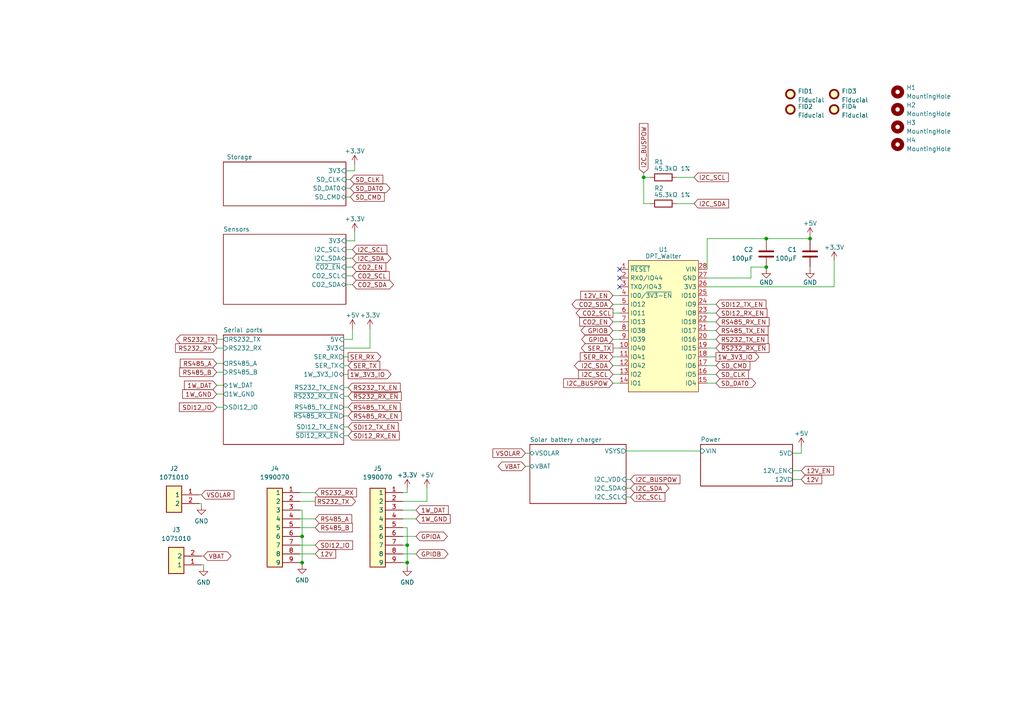
<source format=kicad_sch>
(kicad_sch (version 20230121) (generator eeschema)
  (paper "A4")
  (lib_symbols
    (symbol "107101x:1071010"
      (property "Reference" "J" (at 0 6.985 0))
      (property "Value" "1071010" (at 3.81 5.08 0))
      (symbol "1071010_1_1"
        (rectangle (start 0 3.81) (end 4.445 -3.81) (stroke (width 0.254)) (fill (type background)))
        (pin passive line (at -5.08 -1.27 0) (length 5.08) (name "1") (number "1"))
        (pin passive line (at -5.08 1.27 0) (length 5.08) (name "2") (number "2"))
      )
    )
    (symbol "1990070:1990070"
      (property "Reference" "J" (at -1.905 9.525 0))
      (property "Value" "1990070" (at 1.905 7.62 0))
      (symbol "1990070_1_1"
        (rectangle (start 0 5.715) (end 4.445 -17.145) (stroke (width 0.254)) (fill (type background)))
        (pin passive line (at -5.08 4.445 0) (length 5.08) (name "1") (number "1"))
        (pin passive line (at -5.08 1.905 0) (length 5.08) (name "2") (number "2"))
        (pin passive line (at -5.08 -0.635 0) (length 5.08) (name "3") (number "3"))
        (pin passive line (at -5.08 -3.175 0) (length 5.08) (name "4") (number "4"))
        (pin passive line (at -5.08 -5.715 0) (length 5.08) (name "5") (number "5"))
        (pin passive line (at -5.08 -8.255 0) (length 5.08) (name "6") (number "6"))
        (pin passive line (at -5.08 -10.795 0) (length 5.08) (name "7") (number "7"))
        (pin passive line (at -5.08 -13.335 0) (length 5.08) (name "8") (number "8"))
        (pin passive line (at -5.08 -15.875 0) (length 5.08) (name "9") (number "9"))
      )
    )
    (symbol "Device:C" (pin_numbers hide) (pin_names (offset 0.254))
      (property "Reference" "C" (at 0.635 2.54 0))
      (property "Value" "C" (at 0.635 -2.54 0))
      (symbol "C_0_1"
        (polyline (pts (xy -2.032 -0.762) (xy 2.032 -0.762)) (stroke (width 0.508)))
        (polyline (pts (xy -2.032 0.762) (xy 2.032 0.762)) (stroke (width 0.508)))
      )
      (symbol "C_1_1"
        (pin passive line (at 0 3.81 270) (length 2.794) (name "~") (number "1"))
        (pin passive line (at 0 -3.81 90) (length 2.794) (name "~") (number "2"))
      )
    )
    (symbol "Device:R" (pin_numbers hide) (pin_names (offset 0))
      (property "Reference" "R" (at 2.032 0 90))
      (property "Value" "R" (at 0 0 90))
      (symbol "R_0_1"
        (rectangle (start -1.016 -2.54) (end 1.016 2.54) (stroke (width 0.254)))
      )
      (symbol "R_1_1"
        (pin passive line (at 0 3.81 270) (length 1.27) (name "~") (number "1"))
        (pin passive line (at 0 -3.81 90) (length 1.27) (name "~") (number "2"))
      )
    )
    (symbol "Mechanical:Fiducial"
      (property "Reference" "FID" (at 0 5.08 0))
      (property "Value" "Fiducial" (at 0 3.175 0))
      (symbol "Fiducial_0_1"
        (circle (center 0 0) (radius 1.27) (stroke (width 0.508)) (fill (type background)))
      )
    )
    (symbol "Mechanical:MountingHole" (pin_names (offset 1.016))
      (property "Reference" "H" (at 0 5.08 0))
      (property "Value" "MountingHole" (at 0 3.175 0))
      (symbol "MountingHole_0_1"
        (circle (center 0 0) (radius 1.27) (stroke (width 1.27)))
      )
    )
    (symbol "power:+3.3V" (power) (pin_names (offset 0))
      (property "Value" "+3.3V" (at 0 3.556 0))
      (symbol "+3.3V_0_1"
        (polyline (pts (xy -0.762 1.27) (xy 0 2.54)))
        (polyline (pts (xy 0 0) (xy 0 2.54)))
        (polyline (pts (xy 0 2.54) (xy 0.762 1.27)))
      )
      (symbol "+3.3V_1_1"
        (pin power_in line (at 0 0 90) (length 0) hide (name "+3.3V") (number "1"))
      )
    )
    (symbol "power:+5V" (power) (pin_names (offset 0))
      (property "Value" "+5V" (at 0 3.556 0))
      (symbol "+5V_0_1"
        (polyline (pts (xy -0.762 1.27) (xy 0 2.54)))
        (polyline (pts (xy 0 0) (xy 0 2.54)))
        (polyline (pts (xy 0 2.54) (xy 0.762 1.27)))
      )
      (symbol "+5V_1_1"
        (pin power_in line (at 0 0 90) (length 0) hide (name "+5V") (number "1"))
      )
    )
    (symbol "power:GND" (power) (pin_names (offset 0))
      (property "Value" "GND" (at 0 -3.81 0))
      (symbol "GND_0_1"
        (polyline (pts (xy 0 0) (xy 0 -1.27) (xy 1.27 -1.27) (xy 0 -2.54) (xy -1.27 -1.27) (xy 0 -1.27)))
      )
      (symbol "GND_1_1"
        (pin power_in line (at 0 0 270) (length 0) hide (name "GND") (number "1"))
      )
    )
    (symbol "walter:DPT_Walter"
      (property "Reference" "U" (at 0 20.955 0))
      (property "Value" "DPT_Walter" (at 0 19.05 0))
      (symbol "DPT_Walter_0_1"
        (rectangle (start -10.16 17.78) (end 10.16 -20.32) (stroke (width 0.1524)) (fill (type background)))
      )
      (symbol "DPT_Walter_1_1"
        (pin input line (at -12.7 15.24 0) (length 2.54) (name "~{RESET}") (number "1"))
        (pin input line (at -12.7 -7.62 0) (length 2.54) (name "IO40") (number "10"))
        (pin bidirectional line (at -12.7 -10.16 0) (length 2.54) (name "IO41") (number "11"))
        (pin bidirectional line (at -12.7 -12.7 0) (length 2.54) (name "IO42") (number "12"))
        (pin bidirectional line (at -12.7 -15.24 0) (length 2.54) (name "IO2") (number "13"))
        (pin bidirectional line (at -12.7 -17.78 0) (length 2.54) (name "IO1") (number "14"))
        (pin bidirectional line (at 12.7 -17.78 180) (length 2.54) (name "IO4") (number "15"))
        (pin bidirectional line (at 12.7 -15.24 180) (length 2.54) (name "IO5") (number "16"))
        (pin bidirectional line (at 12.7 -12.7 180) (length 2.54) (name "IO6") (number "17"))
        (pin bidirectional line (at 12.7 -10.16 180) (length 2.54) (name "IO7") (number "18"))
        (pin bidirectional line (at 12.7 -7.62 180) (length 2.54) (name "IO15") (number "19"))
        (pin bidirectional line (at -12.7 12.7 0) (length 2.54) (name "RX0/IO44") (number "2"))
        (pin bidirectional line (at 12.7 -5.08 180) (length 2.54) (name "IO16") (number "20"))
        (pin bidirectional line (at 12.7 -2.54 180) (length 2.54) (name "IO17") (number "21"))
        (pin bidirectional line (at 12.7 0 180) (length 2.54) (name "IO18") (number "22"))
        (pin bidirectional line (at 12.7 2.54 180) (length 2.54) (name "IO8") (number "23"))
        (pin bidirectional line (at 12.7 5.08 180) (length 2.54) (name "IO9") (number "24"))
        (pin bidirectional line (at 12.7 7.62 180) (length 2.54) (name "IO10") (number "25"))
        (pin power_out line (at 12.7 10.16 180) (length 2.54) (name "3V3") (number "26"))
        (pin power_in line (at 12.7 12.7 180) (length 2.54) (name "GND") (number "27"))
        (pin power_in line (at 12.7 15.24 180) (length 2.54) (name "VIN") (number "28"))
        (pin bidirectional line (at -12.7 10.16 0) (length 2.54) (name "TX0/IO43") (number "3"))
        (pin bidirectional line (at -12.7 7.62 0) (length 2.54) (name "IO0/~{3V3-EN}") (number "4"))
        (pin bidirectional line (at -12.7 5.08 0) (length 2.54) (name "IO12") (number "5"))
        (pin bidirectional line (at -12.7 2.54 0) (length 2.54) (name "IO11") (number "6"))
        (pin bidirectional line (at -12.7 0 0) (length 2.54) (name "IO13") (number "7"))
        (pin bidirectional line (at -12.7 -2.54 0) (length 2.54) (name "IO38") (number "8"))
        (pin bidirectional line (at -12.7 -5.08 0) (length 2.54) (name "IO39") (number "9"))
      )
    )
  )
  (junction (at 222.25 69.215))
  (junction (at 87.63 155.575))
  (junction (at 118.11 163.195))
  (junction (at 87.63 163.195))
  (junction (at 186.69 51.435))
  (junction (at 234.95 69.215))
  (junction (at 118.11 158.115))
  (junction (at 222.25 77.47))
  (no_connect (at 179.705 78.105))
  (no_connect (at 179.705 83.185))
  (no_connect (at 179.705 80.645))
  (wire (pts (xy 62.865 111.76) (xy 64.77 111.76)))
  (wire (pts (xy 205.105 93.345) (xy 207.645 93.345)))
  (wire (pts (xy 123.825 145.415) (xy 123.825 141.605)))
  (wire (pts (xy 100.33 74.93) (xy 102.235 74.93)))
  (wire (pts (xy 181.61 130.81) (xy 203.2 130.81)))
  (wire (pts (xy 100.965 120.65) (xy 99.695 120.65)))
  (wire (pts (xy 205.105 69.215) (xy 222.25 69.215)))
  (wire (pts (xy 152.4 135.255) (xy 153.67 135.255)))
  (wire (pts (xy 196.215 59.055) (xy 201.295 59.055)))
  (wire (pts (xy 181.61 144.145) (xy 182.88 144.145)))
  (wire (pts (xy 100.33 52.07) (xy 101.6 52.07)))
  (wire (pts (xy 234.95 69.215) (xy 222.25 69.215)))
  (wire (pts (xy 100.965 126.365) (xy 99.695 126.365)))
  (wire (pts (xy 116.84 155.575) (xy 120.65 155.575)))
  (wire (pts (xy 59.055 163.83) (xy 59.055 164.465)))
  (wire (pts (xy 181.61 139.065) (xy 182.88 139.065)))
  (wire (pts (xy 100.965 118.11) (xy 99.695 118.11)))
  (wire (pts (xy 234.95 78.105) (xy 234.95 77.47)))
  (wire (pts (xy 177.8 111.125) (xy 179.705 111.125)))
  (wire (pts (xy 58.42 146.05) (xy 58.42 146.685)))
  (wire (pts (xy 118.11 163.195) (xy 118.11 158.115)))
  (wire (pts (xy 118.11 164.465) (xy 118.11 163.195)))
  (wire (pts (xy 86.995 160.655) (xy 91.44 160.655)))
  (wire (pts (xy 86.995 163.195) (xy 87.63 163.195)))
  (wire (pts (xy 152.4 131.445) (xy 153.67 131.445)))
  (wire (pts (xy 86.995 158.115) (xy 91.44 158.115)))
  (wire (pts (xy 186.69 51.435) (xy 186.69 50.165)))
  (wire (pts (xy 102.87 69.85) (xy 102.87 67.31)))
  (wire (pts (xy 100.965 123.825) (xy 99.695 123.825)))
  (wire (pts (xy 100.33 80.01) (xy 102.235 80.01)))
  (wire (pts (xy 222.25 78.105) (xy 222.25 77.47)))
  (wire (pts (xy 116.84 150.495) (xy 120.65 150.495)))
  (wire (pts (xy 118.11 158.115) (xy 118.11 153.035)))
  (wire (pts (xy 232.41 129.54) (xy 232.41 131.445)))
  (wire (pts (xy 116.84 147.955) (xy 120.65 147.955)))
  (wire (pts (xy 62.865 98.425) (xy 64.77 98.425)))
  (wire (pts (xy 100.965 103.505) (xy 99.695 103.505)))
  (wire (pts (xy 217.805 77.47) (xy 222.25 77.47)))
  (wire (pts (xy 177.8 88.265) (xy 179.705 88.265)))
  (wire (pts (xy 205.105 100.965) (xy 207.645 100.965)))
  (wire (pts (xy 181.61 141.605) (xy 182.88 141.605)))
  (wire (pts (xy 205.105 95.885) (xy 207.645 95.885)))
  (wire (pts (xy 205.105 88.265) (xy 207.645 88.265)))
  (wire (pts (xy 86.995 150.495) (xy 91.44 150.495)))
  (wire (pts (xy 62.865 105.41) (xy 64.77 105.41)))
  (wire (pts (xy 102.87 49.53) (xy 102.87 47.625)))
  (wire (pts (xy 100.33 82.55) (xy 102.235 82.55)))
  (wire (pts (xy 107.315 100.965) (xy 99.695 100.965)))
  (wire (pts (xy 116.84 145.415) (xy 123.825 145.415)))
  (wire (pts (xy 58.42 163.83) (xy 59.055 163.83)))
  (wire (pts (xy 177.8 93.345) (xy 179.705 93.345)))
  (wire (pts (xy 62.865 118.11) (xy 64.77 118.11)))
  (wire (pts (xy 86.995 145.415) (xy 91.44 145.415)))
  (wire (pts (xy 205.105 80.645) (xy 217.805 80.645)))
  (wire (pts (xy 186.69 59.055) (xy 186.69 51.435)))
  (wire (pts (xy 116.84 160.655) (xy 120.65 160.655)))
  (wire (pts (xy 86.995 142.875) (xy 91.44 142.875)))
  (wire (pts (xy 87.63 163.195) (xy 87.63 163.83)))
  (wire (pts (xy 205.105 90.805) (xy 207.645 90.805)))
  (wire (pts (xy 118.11 153.035) (xy 116.84 153.035)))
  (wire (pts (xy 86.995 147.955) (xy 87.63 147.955)))
  (wire (pts (xy 100.33 77.47) (xy 102.235 77.47)))
  (wire (pts (xy 99.695 98.425) (xy 102.235 98.425)))
  (wire (pts (xy 229.87 139.065) (xy 232.41 139.065)))
  (wire (pts (xy 205.105 111.125) (xy 207.645 111.125)))
  (wire (pts (xy 177.8 85.725) (xy 179.705 85.725)))
  (wire (pts (xy 62.865 114.3) (xy 64.77 114.3)))
  (wire (pts (xy 107.315 95.25) (xy 107.315 100.965)))
  (wire (pts (xy 177.8 98.425) (xy 179.705 98.425)))
  (wire (pts (xy 177.8 106.045) (xy 179.705 106.045)))
  (wire (pts (xy 100.33 69.85) (xy 102.87 69.85)))
  (wire (pts (xy 205.105 106.045) (xy 207.645 106.045)))
  (wire (pts (xy 59.055 161.29) (xy 58.42 161.29)))
  (wire (pts (xy 100.33 57.15) (xy 101.6 57.15)))
  (wire (pts (xy 241.935 75.565) (xy 241.935 83.185)))
  (wire (pts (xy 118.11 142.875) (xy 118.11 141.605)))
  (wire (pts (xy 116.84 158.115) (xy 118.11 158.115)))
  (wire (pts (xy 57.785 146.05) (xy 58.42 146.05)))
  (wire (pts (xy 177.8 103.505) (xy 179.705 103.505)))
  (wire (pts (xy 205.105 108.585) (xy 207.645 108.585)))
  (wire (pts (xy 102.235 98.425) (xy 102.235 95.25)))
  (wire (pts (xy 205.105 83.185) (xy 241.935 83.185)))
  (wire (pts (xy 116.84 142.875) (xy 118.11 142.875)))
  (wire (pts (xy 62.865 100.965) (xy 64.77 100.965)))
  (wire (pts (xy 177.8 90.805) (xy 179.705 90.805)))
  (wire (pts (xy 100.965 106.045) (xy 99.695 106.045)))
  (wire (pts (xy 234.95 69.85) (xy 234.95 69.215)))
  (wire (pts (xy 58.42 143.51) (xy 57.785 143.51)))
  (wire (pts (xy 100.965 112.395) (xy 99.695 112.395)))
  (wire (pts (xy 196.215 51.435) (xy 201.295 51.435)))
  (wire (pts (xy 62.865 107.95) (xy 64.77 107.95)))
  (wire (pts (xy 87.63 147.955) (xy 87.63 155.575)))
  (wire (pts (xy 229.87 136.525) (xy 232.41 136.525)))
  (wire (pts (xy 177.8 108.585) (xy 179.705 108.585)))
  (wire (pts (xy 188.595 51.435) (xy 186.69 51.435)))
  (wire (pts (xy 177.8 100.965) (xy 179.705 100.965)))
  (wire (pts (xy 100.33 72.39) (xy 102.235 72.39)))
  (wire (pts (xy 217.805 80.645) (xy 217.805 77.47)))
  (wire (pts (xy 205.105 69.215) (xy 205.105 78.105)))
  (wire (pts (xy 222.25 69.215) (xy 222.25 69.85)))
  (wire (pts (xy 86.995 153.035) (xy 91.44 153.035)))
  (wire (pts (xy 100.965 108.585) (xy 99.695 108.585)))
  (wire (pts (xy 100.965 114.935) (xy 99.695 114.935)))
  (wire (pts (xy 188.595 59.055) (xy 186.69 59.055)))
  (wire (pts (xy 205.105 103.505) (xy 207.645 103.505)))
  (wire (pts (xy 116.84 163.195) (xy 118.11 163.195)))
  (wire (pts (xy 232.41 131.445) (xy 229.87 131.445)))
  (wire (pts (xy 87.63 155.575) (xy 87.63 163.195)))
  (wire (pts (xy 86.995 155.575) (xy 87.63 155.575)))
  (wire (pts (xy 205.105 98.425) (xy 207.645 98.425)))
  (wire (pts (xy 100.33 54.61) (xy 101.6 54.61)))
  (wire (pts (xy 234.95 68.58) (xy 234.95 69.215)))
  (wire (pts (xy 100.33 49.53) (xy 102.87 49.53)))
  (wire (pts (xy 177.8 95.885) (xy 179.705 95.885)))
  (global_label "CO2_SDA" (shape bidirectional) (at 102.235 82.55 0) (property "Intersheetrefs" "${INTERSHEET_REFS}" (effects hide)))
  (global_label "SDI12_IO" (shape input) (at 91.44 158.115 0) (property "Intersheetrefs" "${INTERSHEET_REFS}" (effects hide)))
  (global_label "GPIOB" (shape bidirectional) (at 177.8 95.885 180) (property "Intersheetrefs" "${INTERSHEET_REFS}" (effects hide)))
  (global_label "~{RS232_RX_EN}" (shape input) (at 207.645 100.965 0) (property "Intersheetrefs" "${INTERSHEET_REFS}" (effects hide)))
  (global_label "RS232_TX_EN" (shape input) (at 207.645 98.425 0) (property "Intersheetrefs" "${INTERSHEET_REFS}" (effects hide)))
  (global_label "SER_RX" (shape input) (at 177.8 103.505 180) (property "Intersheetrefs" "${INTERSHEET_REFS}" (effects hide)))
  (global_label "1W_3V3_IO" (shape output) (at 207.645 103.505 0) (property "Intersheetrefs" "${INTERSHEET_REFS}" (effects hide)))
  (global_label "RS485_RX_EN" (shape input) (at 100.965 120.65 0) (property "Intersheetrefs" "${INTERSHEET_REFS}" (effects hide)))
  (global_label "SD_DAT0" (shape bidirectional) (at 207.645 111.125 0) (property "Intersheetrefs" "${INTERSHEET_REFS}" (effects hide)))
  (global_label "SD_CLK" (shape input) (at 101.6 52.07 0) (property "Intersheetrefs" "${INTERSHEET_REFS}" (effects hide)))
  (global_label "GPIOB" (shape bidirectional) (at 120.65 160.655 0) (property "Intersheetrefs" "${INTERSHEET_REFS}" (effects hide)))
  (global_label "CO2_SDA" (shape bidirectional) (at 177.8 88.265 180) (property "Intersheetrefs" "${INTERSHEET_REFS}" (effects hide)))
  (global_label "SD_CMD" (shape input) (at 101.6 57.15 0) (property "Intersheetrefs" "${INTERSHEET_REFS}" (effects hide)))
  (global_label "RS485_A" (shape input) (at 91.44 150.495 0) (property "Intersheetrefs" "${INTERSHEET_REFS}" (effects hide)))
  (global_label "RS485_A" (shape input) (at 62.865 105.41 180) (property "Intersheetrefs" "${INTERSHEET_REFS}" (effects hide)))
  (global_label "1W_DAT" (shape input) (at 120.65 147.955 0) (property "Intersheetrefs" "${INTERSHEET_REFS}" (effects hide)))
  (global_label "GPIOA" (shape bidirectional) (at 120.65 155.575 0) (property "Intersheetrefs" "${INTERSHEET_REFS}" (effects hide)))
  (global_label "RS232_TX_EN" (shape input) (at 100.965 112.395 0) (property "Intersheetrefs" "${INTERSHEET_REFS}" (effects hide)))
  (global_label "I2C_SDA" (shape bidirectional) (at 182.88 141.605 0) (property "Intersheetrefs" "${INTERSHEET_REFS}" (effects hide)))
  (global_label "VBAT" (shape bidirectional) (at 152.4 135.255 180) (property "Intersheetrefs" "${INTERSHEET_REFS}" (effects hide)))
  (global_label "I2C_BUSPOW" (shape input) (at 182.88 139.065 0) (property "Intersheetrefs" "${INTERSHEET_REFS}" (effects hide)))
  (global_label "12V_EN" (shape input) (at 177.8 85.725 180) (property "Intersheetrefs" "${INTERSHEET_REFS}" (effects hide)))
  (global_label "12V" (shape input) (at 91.44 160.655 0) (property "Intersheetrefs" "${INTERSHEET_REFS}" (effects hide)))
  (global_label "I2C_BUSPOW" (shape input) (at 186.69 50.165 90) (property "Intersheetrefs" "${INTERSHEET_REFS}" (effects hide)))
  (global_label "I2C_SDA" (shape bidirectional) (at 177.8 106.045 180) (property "Intersheetrefs" "${INTERSHEET_REFS}" (effects hide)))
  (global_label "I2C_SDA" (shape input) (at 201.295 59.055 0) (property "Intersheetrefs" "${INTERSHEET_REFS}" (effects hide)))
  (global_label "SD_CLK" (shape input) (at 207.645 108.585 0) (property "Intersheetrefs" "${INTERSHEET_REFS}" (effects hide)))
  (global_label "RS232_TX" (shape output) (at 62.865 98.425 180) (property "Intersheetrefs" "${INTERSHEET_REFS}" (effects hide)))
  (global_label "VBAT" (shape bidirectional) (at 59.055 161.29 0) (property "Intersheetrefs" "${INTERSHEET_REFS}" (effects hide)))
  (global_label "CO2_SCL" (shape output) (at 177.8 90.805 180) (property "Intersheetrefs" "${INTERSHEET_REFS}" (effects hide)))
  (global_label "12V_EN" (shape input) (at 232.41 136.525 0) (property "Intersheetrefs" "${INTERSHEET_REFS}" (effects hide)))
  (global_label "1W_GND" (shape input) (at 120.65 150.495 0) (property "Intersheetrefs" "${INTERSHEET_REFS}" (effects hide)))
  (global_label "SDI12_RX_EN" (shape input) (at 100.965 126.365 0) (property "Intersheetrefs" "${INTERSHEET_REFS}" (effects hide)))
  (global_label "I2C_SCL" (shape input) (at 102.235 72.39 0) (property "Intersheetrefs" "${INTERSHEET_REFS}" (effects hide)))
  (global_label "RS485_TX_EN" (shape input) (at 207.645 95.885 0) (property "Intersheetrefs" "${INTERSHEET_REFS}" (effects hide)))
  (global_label "SER_RX" (shape output) (at 100.965 103.505 0) (property "Intersheetrefs" "${INTERSHEET_REFS}" (effects hide)))
  (global_label "RS232_TX" (shape output) (at 91.44 145.415 0) (property "Intersheetrefs" "${INTERSHEET_REFS}" (effects hide)))
  (global_label "I2C_SCL" (shape input) (at 177.8 108.585 180) (property "Intersheetrefs" "${INTERSHEET_REFS}" (effects hide)))
  (global_label "SDI12_TX_EN" (shape input) (at 100.965 123.825 0) (property "Intersheetrefs" "${INTERSHEET_REFS}" (effects hide)))
  (global_label "RS485_TX_EN" (shape input) (at 100.965 118.11 0) (property "Intersheetrefs" "${INTERSHEET_REFS}" (effects hide)))
  (global_label "VSOLAR" (shape input) (at 58.42 143.51 0) (property "Intersheetrefs" "${INTERSHEET_REFS}" (effects hide)))
  (global_label "CO2_EN" (shape input) (at 177.8 93.345 180) (property "Intersheetrefs" "${INTERSHEET_REFS}" (effects hide)))
  (global_label "SDI12_TX_EN" (shape input) (at 207.645 88.265 0) (property "Intersheetrefs" "${INTERSHEET_REFS}" (effects hide)))
  (global_label "SER_TX" (shape output) (at 177.8 100.965 180) (property "Intersheetrefs" "${INTERSHEET_REFS}" (effects hide)))
  (global_label "SDI12_IO" (shape input) (at 62.865 118.11 180) (property "Intersheetrefs" "${INTERSHEET_REFS}" (effects hide)))
  (global_label "I2C_SDA" (shape bidirectional) (at 102.235 74.93 0) (property "Intersheetrefs" "${INTERSHEET_REFS}" (effects hide)))
  (global_label "GPIOA" (shape bidirectional) (at 177.8 98.425 180) (property "Intersheetrefs" "${INTERSHEET_REFS}" (effects hide)))
  (global_label "SDI12_RX_EN" (shape input) (at 207.645 90.805 0) (property "Intersheetrefs" "${INTERSHEET_REFS}" (effects hide)))
  (global_label "I2C_SCL" (shape input) (at 201.295 51.435 0) (property "Intersheetrefs" "${INTERSHEET_REFS}" (effects hide)))
  (global_label "1W_GND" (shape input) (at 62.865 114.3 180) (property "Intersheetrefs" "${INTERSHEET_REFS}" (effects hide)))
  (global_label "SD_DAT0" (shape bidirectional) (at 101.6 54.61 0) (property "Intersheetrefs" "${INTERSHEET_REFS}" (effects hide)))
  (global_label "VSOLAR" (shape input) (at 152.4 131.445 180) (property "Intersheetrefs" "${INTERSHEET_REFS}" (effects hide)))
  (global_label "I2C_BUSPOW" (shape input) (at 177.8 111.125 180) (property "Intersheetrefs" "${INTERSHEET_REFS}" (effects hide)))
  (global_label "RS232_RX" (shape input) (at 62.865 100.965 180) (property "Intersheetrefs" "${INTERSHEET_REFS}" (effects hide)))
  (global_label "~{RS232_RX_EN}" (shape input) (at 100.965 114.935 0) (property "Intersheetrefs" "${INTERSHEET_REFS}" (effects hide)))
  (global_label "1W_DAT" (shape input) (at 62.865 111.76 180) (property "Intersheetrefs" "${INTERSHEET_REFS}" (effects hide)))
  (global_label "CO2_EN" (shape input) (at 102.235 77.47 0) (property "Intersheetrefs" "${INTERSHEET_REFS}" (effects hide)))
  (global_label "RS485_B" (shape input) (at 91.44 153.035 0) (property "Intersheetrefs" "${INTERSHEET_REFS}" (effects hide)))
  (global_label "RS485_B" (shape input) (at 62.865 107.95 180) (property "Intersheetrefs" "${INTERSHEET_REFS}" (effects hide)))
  (global_label "I2C_SCL" (shape input) (at 182.88 144.145 0) (property "Intersheetrefs" "${INTERSHEET_REFS}" (effects hide)))
  (global_label "SER_TX" (shape input) (at 100.965 106.045 0) (property "Intersheetrefs" "${INTERSHEET_REFS}" (effects hide)))
  (global_label "SD_CMD" (shape input) (at 207.645 106.045 0) (property "Intersheetrefs" "${INTERSHEET_REFS}" (effects hide)))
  (global_label "CO2_SCL" (shape input) (at 102.235 80.01 0) (property "Intersheetrefs" "${INTERSHEET_REFS}" (effects hide)))
  (global_label "RS485_RX_EN" (shape input) (at 207.645 93.345 0) (property "Intersheetrefs" "${INTERSHEET_REFS}" (effects hide)))
  (global_label "RS232_RX" (shape input) (at 91.44 142.875 0) (property "Intersheetrefs" "${INTERSHEET_REFS}" (effects hide)))
  (global_label "1W_3V3_IO" (shape output) (at 100.965 108.585 0) (property "Intersheetrefs" "${INTERSHEET_REFS}" (effects hide)))
  (global_label "12V" (shape input) (at 232.41 139.065 0) (property "Intersheetrefs" "${INTERSHEET_REFS}" (effects hide)))
  (symbol (lib_id "power:+3.3V") (at 241.935 75.565 0) (mirror y) (unit 1)
    (property "Reference" "#PWR08" (effects hide))
    (property "Value" "+3.3V" (at 241.935 71.755 0))
  )
  (symbol (lib_id "power:+3.3V") (at 107.315 95.25 0) (mirror y) (unit 1)
    (property "Reference" "#PWR04" (effects hide))
    (property "Value" "+3.3V" (at 107.315 91.44 0))
  )
  (symbol (lib_id "Mechanical:MountingHole") (at 260.35 41.91 0) (unit 1)
    (property "Reference" "H4" (at 262.89 40.6399 0) (effects (justify left)))
    (property "Value" "MountingHole" (at 262.89 43.1799 0) (effects (justify left)))
    (property "Footprint" "MountingHole:MountingHole_2.7mm_M2.5_ISO14580" (effects hide))
  )
  (symbol (lib_id "power:GND") (at 234.95 78.105 0) (mirror y) (unit 1)
    (property "Reference" "#PWR06" (effects hide))
    (property "Value" "GND" (at 234.95 81.915 0))
  )
  (symbol (lib_id "Mechanical:MountingHole") (at 260.35 31.75 0) (unit 1)
    (property "Reference" "H2" (at 262.89 30.4799 0) (effects (justify left)))
    (property "Value" "MountingHole" (at 262.89 33.0199 0) (effects (justify left)))
    (property "Footprint" "MountingHole:MountingHole_2.7mm_M2.5_ISO14580" (effects hide))
  )
  (symbol (lib_id "power:GND") (at 87.63 163.83 0) (unit 1)
    (property "Reference" "#PWR0114" (effects hide))
    (property "Value" "GND" (at 87.63 168.275 0))
  )
  (symbol (lib_id "Mechanical:Fiducial") (at 241.935 31.75 0) (unit 1)
    (property "Reference" "FID4" (at 244.094 30.9153 0) (effects (justify left)))
    (property "Value" "Fiducial" (at 244.094 33.4522 0) (effects (justify left)))
    (property "Footprint" "Fiducial:Fiducial_0.5mm_Mask1mm" (effects hide))
  )
  (symbol (lib_id "Mechanical:Fiducial") (at 241.935 27.305 0) (unit 1)
    (property "Reference" "FID3" (at 244.094 26.4703 0) (effects (justify left)))
    (property "Value" "Fiducial" (at 244.094 29.0072 0) (effects (justify left)))
    (property "Footprint" "Fiducial:Fiducial_0.5mm_Mask1mm" (effects hide))
  )
  (symbol (lib_id "107101x:1071010") (at 53.34 162.56 0) (mirror y) (unit 1)
    (property "Reference" "J3" (at 51.1175 153.67 0))
    (property "Value" "1071010" (at 51.1175 156.21 0))
    (property "Footprint" "107101x:1071010" (effects hide))
  )
  (symbol (lib_id "power:+5V") (at 232.41 129.54 0) (unit 1)
    (property "Reference" "#PWR012" (effects hide))
    (property "Value" "+5V" (at 232.41 125.73 0))
  )
  (symbol (lib_id "walter:DPT_Walter") (at 192.405 93.345 0) (unit 1)
    (property "Reference" "U1" (at 192.405 72.39 0))
    (property "Value" "DPT_Walter" (at 192.405 74.295 0))
    (property "Footprint" "walter:walter-socket" (effects hide))
    (property "Datasheet" "https://quickspot.io/datasheet/walter_datasheet_v0.3.pdf" (effects hide))
  )
  (symbol (lib_id "power:GND") (at 118.11 164.465 0) (unit 1)
    (property "Reference" "#PWR0116" (effects hide))
    (property "Value" "GND" (at 118.11 168.91 0))
  )
  (symbol (lib_id "power:+3.3V") (at 102.87 47.625 0) (unit 1)
    (property "Reference" "#PWR02" (effects hide))
    (property "Value" "+3.3V" (at 102.87 43.815 0))
  )
  (symbol (lib_id "Device:R") (at 192.405 51.435 90) (unit 1)
    (property "Reference" "R1" (at 191.135 46.99 90))
    (property "Value" "45.3kΩ 1%" (at 194.945 48.895 90))
    (property "Footprint" "Resistor_SMD:R_0603_1608Metric" (effects hide))
    (property "JLCPCB" "C209146" (effects hide))
  )
  (symbol (lib_id "power:+3.3V") (at 118.11 141.605 0) (unit 1)
    (property "Reference" "#PWR0118" (effects hide))
    (property "Value" "+3.3V" (at 118.11 137.795 0))
  )
  (symbol (lib_id "1990070:1990070") (at 81.915 147.32 0) (mirror y) (unit 1)
    (property "Reference" "J4" (at 79.6925 135.89 0))
    (property "Value" "1990070" (at 79.6925 138.43 0))
    (property "Footprint" "1990070:1990070" (effects hide))
  )
  (symbol (lib_id "power:+5V") (at 123.825 141.605 0) (unit 1)
    (property "Reference" "#PWR0115" (effects hide))
    (property "Value" "+5V" (at 123.825 137.795 0))
  )
  (symbol (lib_id "Device:C") (at 234.95 73.66 0) (mirror y) (unit 1)
    (property "Reference" "C1" (at 231.14 72.3899 0) (effects (justify left)))
    (property "Value" "100µF" (at 231.14 74.9299 0) (effects (justify left)))
    (property "Footprint" "Capacitor_SMD:C_1210_3225Metric" (effects hide))
    (property "JLCPCB" "C49066" (effects hide))
  )
  (symbol (lib_id "Mechanical:Fiducial") (at 229.235 27.305 0) (unit 1)
    (property "Reference" "FID1" (at 231.394 26.4703 0) (effects (justify left)))
    (property "Value" "Fiducial" (at 231.394 29.0072 0) (effects (justify left)))
    (property "Footprint" "Fiducial:Fiducial_0.5mm_Mask1mm" (effects hide))
  )
  (symbol (lib_id "power:+3.3V") (at 102.87 67.31 0) (unit 1)
    (property "Reference" "#PWR03" (effects hide))
    (property "Value" "+3.3V" (at 102.87 63.5 0))
  )
  (symbol (lib_id "power:GND") (at 222.25 78.105 0) (mirror y) (unit 1)
    (property "Reference" "#PWR07" (effects hide))
    (property "Value" "GND" (at 222.25 81.915 0))
  )
  (symbol (lib_id "107101x:1071010") (at 52.705 144.78 180) (unit 1)
    (property "Reference" "J2" (at 50.4825 135.89 0))
    (property "Value" "1071010" (at 50.4825 138.43 0))
    (property "Footprint" "107101x:1071010" (effects hide))
  )
  (symbol (lib_id "power:+5V") (at 102.235 95.25 0) (mirror y) (unit 1)
    (property "Reference" "#PWR01" (effects hide))
    (property "Value" "+5V" (at 102.235 91.44 0))
  )
  (symbol (lib_id "Mechanical:Fiducial") (at 229.235 31.75 0) (unit 1)
    (property "Reference" "FID2" (at 231.394 30.9153 0) (effects (justify left)))
    (property "Value" "Fiducial" (at 231.394 33.4522 0) (effects (justify left)))
    (property "Footprint" "Fiducial:Fiducial_0.5mm_Mask1mm" (effects hide))
  )
  (symbol (lib_id "power:GND") (at 59.055 164.465 0) (unit 1)
    (property "Reference" "#PWR0113" (effects hide))
    (property "Value" "GND" (at 59.055 168.91 0))
  )
  (symbol (lib_id "Device:C") (at 222.25 73.66 0) (mirror y) (unit 1)
    (property "Reference" "C2" (at 218.44 72.3899 0) (effects (justify left)))
    (property "Value" "100µF" (at 218.44 74.9299 0) (effects (justify left)))
    (property "Footprint" "Capacitor_SMD:C_1210_3225Metric" (effects hide))
    (property "JLCPCB" "C49066" (effects hide))
  )
  (symbol (lib_id "Mechanical:MountingHole") (at 260.35 36.83 0) (unit 1)
    (property "Reference" "H3" (at 262.89 35.5599 0) (effects (justify left)))
    (property "Value" "MountingHole" (at 262.89 38.0999 0) (effects (justify left)))
    (property "Footprint" "MountingHole:MountingHole_2.7mm_M2.5_ISO14580" (effects hide))
  )
  (symbol (lib_id "1990070:1990070") (at 111.76 147.32 0) (mirror y) (unit 1)
    (property "Reference" "J5" (at 109.5375 135.89 0))
    (property "Value" "1990070" (at 109.5375 138.43 0))
    (property "Footprint" "1990070:1990070" (effects hide))
  )
  (symbol (lib_id "power:GND") (at 58.42 146.685 0) (unit 1)
    (property "Reference" "#PWR0109" (effects hide))
    (property "Value" "GND" (at 58.42 151.13 0))
  )
  (symbol (lib_id "Device:R") (at 192.405 59.055 90) (unit 1)
    (property "Reference" "R2" (at 191.135 54.61 90))
    (property "Value" "45.3kΩ 1%" (at 194.945 56.515 90))
    (property "Footprint" "Resistor_SMD:R_0603_1608Metric" (effects hide))
    (property "JLCPCB" "C209146" (effects hide))
  )
  (symbol (lib_id "Mechanical:MountingHole") (at 260.35 26.67 0) (unit 1)
    (property "Reference" "H1" (at 262.89 25.3999 0) (effects (justify left)))
    (property "Value" "MountingHole" (at 262.89 27.9399 0) (effects (justify left)))
    (property "Footprint" "MountingHole:MountingHole_2.7mm_M2.5_ISO14580" (effects hide))
  )
  (symbol (lib_id "power:+5V") (at 234.95 68.58 0) (mirror y) (unit 1)
    (property "Reference" "#PWR05" (effects hide))
    (property "Value" "+5V" (at 234.95 64.77 0))
  )
  (sheet (at 203.2 128.905) (size 26.67 12.065) (stroke (width 0.1524))
    (property "Sheetname" "Power" (at 203.2 128.1934 0) (effects (justify left bottom)))
    (property "Sheetfile" "power.kicad_sch" (effects hide))
    (pin "5V" output (at 229.87 131.445 0))
    (pin "VIN" input (at 203.2 130.81 180))
    (pin "12V_EN" input (at 229.87 136.525 0))
    (pin "12V" output (at 229.87 139.065 0))
  )
  (sheet (at 153.67 128.905) (size 27.94 17.145) (stroke (width 0.1524))
    (property "Sheetname" "Solar battery charger" (at 153.67 128.27 0) (effects (justify left bottom)))
    (property "Sheetfile" "battery_charger.kicad_sch" (effects hide))
    (pin "VSOLAR" bidirectional (at 153.67 131.445 180))
    (pin "VSYS" output (at 181.61 130.81 0))
    (pin "I2C_SDA" bidirectional (at 181.61 141.605 0))
    (pin "I2C_SCL" input (at 181.61 144.145 0))
    (pin "I2C_VDD" input (at 181.61 139.065 0))
    (pin "VBAT" bidirectional (at 153.67 135.255 180))
  )
  (sheet (at 64.77 67.945) (size 35.56 20.32) (stroke (width 0.1524))
    (property "Sheetname" "Sensors" (at 64.77 67.2334 0) (effects (justify left bottom)))
    (property "Sheetfile" "sensors.kicad_sch" (effects hide))
    (pin "I2C_SCL" input (at 100.33 72.39 0))
    (pin "I2C_SDA" bidirectional (at 100.33 74.93 0))
    (pin "~{CO2_EN}" input (at 100.33 77.47 0))
    (pin "CO2_SCL" input (at 100.33 80.01 0))
    (pin "CO2_SDA" bidirectional (at 100.33 82.55 0))
    (pin "3V3" input (at 100.33 69.85 0))
  )
  (sheet (at 64.77 46.99) (size 35.56 12.7) (stroke (width 0.1524))
    (property "Sheetname" " Storage" (at 64.77 46.2784 0) (effects (justify left bottom)))
    (property "Sheetfile" "storage.kicad_sch" (effects hide))
    (pin "3V3" input (at 100.33 49.53 0))
    (pin "SD_CLK" input (at 100.33 52.07 0))
    (pin "SD_DAT0" bidirectional (at 100.33 54.61 0))
    (pin "SD_CMD" bidirectional (at 100.33 57.15 0))
  )
  (sheet (at 64.77 97.155) (size 34.925 31.75) (stroke (width 0.1524))
    (property "Sheetname" "Serial ports" (at 64.77 96.4434 0) (effects (justify left bottom)))
    (property "Sheetfile" "serial_ports.kicad_sch" (effects hide))
    (pin "~{RS485_RX_EN}" output (at 99.695 120.65 0))
    (pin "RS485_TX_EN" output (at 99.695 118.11 0))
    (pin "SER_RX" output (at 99.695 103.505 0))
    (pin "RS232_TX" output (at 64.77 98.425 180))
    (pin "RS232_RX" input (at 64.77 100.965 180))
    (pin "RS232_TX_EN" input (at 99.695 112.395 0))
    (pin "SER_TX" input (at 99.695 106.045 0))
    (pin "~{RS232_RX_EN}" input (at 99.695 114.935 0))
    (pin "3V3" input (at 99.695 100.965 0))
    (pin "RS485_B" input (at 64.77 107.95 180))
    (pin "RS485_A" output (at 64.77 105.41 180))
    (pin "SDI12_TX_EN" input (at 99.695 123.825 0))
    (pin "5V" input (at 99.695 98.425 0))
    (pin "SDI12_IO" input (at 64.77 118.11 180))
    (pin "~{SDI12_RX_EN}" input (at 99.695 126.365 0))
    (pin "1W_GND" output (at 64.77 114.3 180))
    (pin "1W_DAT" bidirectional (at 64.77 111.76 180))
    (pin "1W_3V3_IO" bidirectional (at 99.695 108.585 0))
  )
)
</source>
